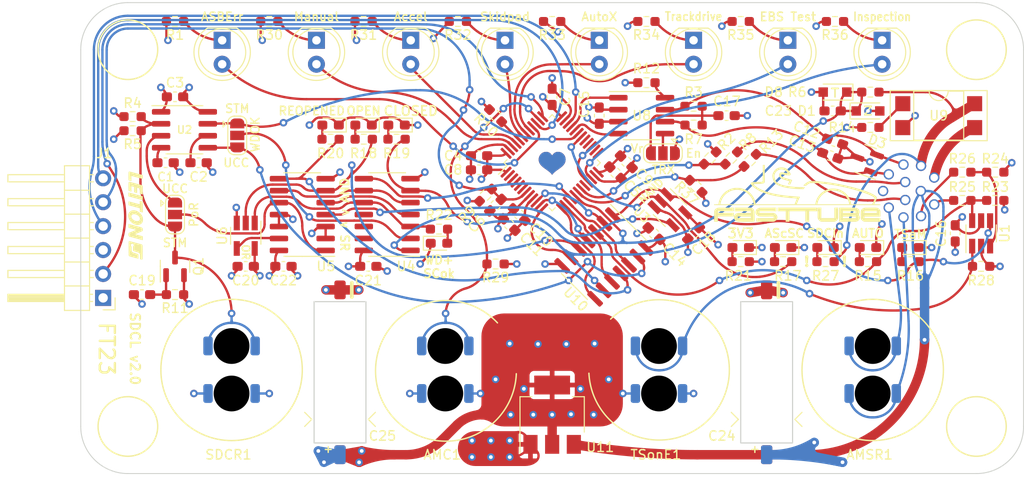
<source format=kicad_pcb>
(kicad_pcb (version 20211014) (generator pcbnew)

  (general
    (thickness 1.6)
  )

  (paper "A4")
  (layers
    (0 "F.Cu" signal)
    (1 "In1.Cu" power "GND.Cu")
    (2 "In2.Cu" power "3V3.Cu")
    (31 "B.Cu" signal)
    (33 "F.Adhes" user "F.Adhesive")
    (35 "F.Paste" user)
    (37 "F.SilkS" user "F.Silkscreen")
    (38 "B.Mask" user)
    (39 "F.Mask" user)
    (40 "Dwgs.User" user "User.Drawings")
    (41 "Cmts.User" user "User.Comments")
    (42 "Eco1.User" user "User.Eco1")
    (43 "Eco2.User" user "User.Eco2")
    (44 "Edge.Cuts" user)
    (45 "Margin" user)
    (46 "B.CrtYd" user "B.Courtyard")
    (47 "F.CrtYd" user "F.Courtyard")
    (49 "F.Fab" user)
  )

  (setup
    (stackup
      (layer "F.SilkS" (type "Top Silk Screen"))
      (layer "F.Paste" (type "Top Solder Paste"))
      (layer "F.Mask" (type "Top Solder Mask") (thickness 0.01))
      (layer "F.Cu" (type "copper") (thickness 0.035))
      (layer "dielectric 1" (type "core") (thickness 0.48) (material "FR4") (epsilon_r 4.5) (loss_tangent 0.02))
      (layer "In1.Cu" (type "copper") (thickness 0.035))
      (layer "dielectric 2" (type "prepreg") (thickness 0.48) (material "FR4") (epsilon_r 4.5) (loss_tangent 0.02))
      (layer "In2.Cu" (type "copper") (thickness 0.035))
      (layer "dielectric 3" (type "core") (thickness 0.48) (material "FR4") (epsilon_r 4.5) (loss_tangent 0.02))
      (layer "B.Cu" (type "copper") (thickness 0.035))
      (layer "B.Mask" (type "Bottom Solder Mask") (thickness 0.01))
      (copper_finish "None")
      (dielectric_constraints no)
    )
    (pad_to_mask_clearance 0)
    (pcbplotparams
      (layerselection 0x00010e0_ffffffff)
      (disableapertmacros false)
      (usegerberextensions false)
      (usegerberattributes true)
      (usegerberadvancedattributes true)
      (creategerberjobfile true)
      (svguseinch false)
      (svgprecision 6)
      (excludeedgelayer true)
      (plotframeref false)
      (viasonmask false)
      (mode 1)
      (useauxorigin false)
      (hpglpennumber 1)
      (hpglpenspeed 20)
      (hpglpendiameter 15.000000)
      (dxfpolygonmode true)
      (dxfimperialunits true)
      (dxfusepcbnewfont true)
      (psnegative false)
      (psa4output false)
      (plotreference true)
      (plotvalue true)
      (plotinvisibletext false)
      (sketchpadsonfab false)
      (subtractmaskfromsilk false)
      (outputformat 1)
      (mirror false)
      (drillshape 0)
      (scaleselection 1)
      (outputdirectory "export/")
    )
  )

  (net 0 "")
  (net 1 "GND")
  (net 2 "NRST")
  (net 3 "+12V")
  (net 4 "AMC")
  (net 5 "TRACESWO")
  (net 6 "SWDIO")
  (net 7 "SWCLK")
  (net 8 "Net-(R12-Pad1)")
  (net 9 "AMSRin")
  (net 10 "AMSRout")
  (net 11 "+3.3V")
  (net 12 "/CAN TRX/CAN_H")
  (net 13 "/CAN TRX/CAN_L")
  (net 14 "Net-(C19-Pad1)")
  (net 15 "/Connections/SDC_in_3V3")
  (net 16 "Net-(D2-Pad1)")
  (net 17 "Net-(D4-Pad2)")
  (net 18 "/Backup AMI/AMI0")
  (net 19 "Net-(D15-Pad1)")
  (net 20 "/Backup AMI/AMI1")
  (net 21 "Net-(D16-Pad1)")
  (net 22 "/Backup AMI/AMI2")
  (net 23 "Net-(D17-Pad1)")
  (net 24 "/Backup AMI/AMI3")
  (net 25 "Net-(D18-Pad1)")
  (net 26 "/Backup AMI/AMI4")
  (net 27 "Net-(D19-Pad1)")
  (net 28 "/Backup AMI/AMI5")
  (net 29 "Net-(D20-Pad1)")
  (net 30 "/Backup AMI/AMI6")
  (net 31 "Net-(J2-Pad1)")
  (net 32 "Net-(J2-Pad9)")
  (net 33 "Net-(R14-Pad2)")
  (net 34 "Net-(D5-Pad2)")
  (net 35 "Net-(D6-Pad2)")
  (net 36 "Net-(D7-Pad2)")
  (net 37 "Net-(D9-Pad2)")
  (net 38 "Net-(D10-Pad2)")
  (net 39 "Net-(D11-Pad2)")
  (net 40 "Net-(D12-Pad2)")
  (net 41 "Net-(D13-Pad2)")
  (net 42 "/Non-Programmable Logic/~{WDO}")
  (net 43 "/Non-Programmable Logic/RP")
  (net 44 "/Non-Programmable Logic/WP")
  (net 45 "/Controller/TS_activate_MUXed")
  (net 46 "/Non-Programmable Logic/close_while_allowed")
  (net 47 "/Non-Programmable Logic/~{reset_all}")
  (net 48 "/Non-Programmable Logic/closing_allowed")
  (net 49 "/Non-Programmable Logic/~{reopen}")
  (net 50 "/Non-Programmable Logic/WD_and_SDCin_ok")
  (net 51 "/Non-Programmable Logic/~{try_close}")
  (net 52 "Net-(J2-Pad11)")
  (net 53 "Net-(J2-Pad12)")
  (net 54 "Net-(JPPoR1-Pad1)")
  (net 55 "/Connections/SDC_out")
  (net 56 "/Connections/SDC_in")
  (net 57 "/Connections/TS_activate_dash")
  (net 58 "/Controller/Watchdog")
  (net 59 "WD_OK")
  (net 60 "/CAN TRX/CAN_TX")
  (net 61 "/CAN TRX/CAN_RX")
  (net 62 "Net-(D14-Pad1)")
  (net 63 "/Connections/ASMS")
  (net 64 "/Buttons/~{SDC_reset}")
  (net 65 "/Controller/AS_close_SDC")
  (net 66 "CLOSED")
  (net 67 "INITIAL_OPEN")
  (net 68 "REOPENED")
  (net 69 "/Buttons/TS_activate_ext")
  (net 70 "/Controller/SDC_is_ready")
  (net 71 "unconnected-(U7-Pad3)")
  (net 72 "unconnected-(U7-Pad4)")
  (net 73 "unconnected-(U7-Pad5)")
  (net 74 "Net-(U10-Pad2)")
  (net 75 "Net-(U10-Pad4)")
  (net 76 "Net-(U10-Pad6)")
  (net 77 "Net-(U10-Pad8)")
  (net 78 "Net-(U10-Pad10)")
  (net 79 "Net-(U10-Pad12)")
  (net 80 "unconnected-(U7-Pad20)")
  (net 81 "unconnected-(U7-Pad25)")
  (net 82 "unconnected-(U7-Pad26)")
  (net 83 "unconnected-(U7-Pad27)")
  (net 84 "unconnected-(U7-Pad28)")
  (net 85 "/CAN TRX/Vref")
  (net 86 "Net-(JP1-Pad2)")
  (net 87 "unconnected-(U4-Pad11)")
  (net 88 "unconnected-(U4-Pad12)")
  (net 89 "unconnected-(U4-Pad13)")
  (net 90 "LV_SENSE_2")
  (net 91 "LV_SENSE_1")
  (net 92 "unconnected-(U7-Pad29)")
  (net 93 "unconnected-(U7-Pad6)")
  (net 94 "/Controller/asb_error")
  (net 95 "Net-(R10-Pad1)")
  (net 96 "unconnected-(U7-Pad2)")

  (footprint "Capacitor_SMD:C_0603_1608Metric_Pad1.08x0.95mm_HandSolder" (layer "F.Cu") (at 109 67))

  (footprint "Capacitor_SMD:C_0603_1608Metric_Pad1.08x0.95mm_HandSolder" (layer "F.Cu") (at 112.5 67))

  (footprint "Capacitor_SMD:C_0603_1608Metric_Pad1.08x0.95mm_HandSolder" (layer "F.Cu") (at 110 60 180))

  (footprint "Capacitor_SMD:C_0603_1608Metric_Pad1.08x0.95mm_HandSolder" (layer "F.Cu") (at 142.25 66.25 180))

  (footprint "Capacitor_SMD:C_0603_1608Metric_Pad1.08x0.95mm_HandSolder" (layer "F.Cu") (at 156.717515 68.06066 -45))

  (footprint "Capacitor_SMD:C_0603_1608Metric_Pad1.08x0.95mm_HandSolder" (layer "F.Cu") (at 144 71.5 -135))

  (footprint "Capacitor_SMD:C_0603_1608Metric_Pad1.08x0.95mm_HandSolder" (layer "F.Cu") (at 150 60 90))

  (footprint "Capacitor_SMD:C_0603_1608Metric_Pad1.08x0.95mm_HandSolder" (layer "F.Cu") (at 142.25 67.75 180))

  (footprint "Capacitor_SMD:C_0603_1608Metric_Pad1.08x0.95mm_HandSolder" (layer "F.Cu") (at 157.867538 66.897577 -45))

  (footprint "Capacitor_SMD:C_0603_1608Metric_Pad1.08x0.95mm_HandSolder" (layer "F.Cu") (at 146.5 72.5 135))

  (footprint "Capacitor_SMD:C_0603_1608Metric_Pad1.08x0.95mm_HandSolder" (layer "F.Cu") (at 145.43934 73.56066 135))

  (footprint "Capacitor_SMD:C_0603_1608Metric_Pad1.08x0.95mm_HandSolder" (layer "F.Cu") (at 180 64.75 -20))

  (footprint "Capacitor_SMD:C_0603_1608Metric_Pad1.08x0.95mm_HandSolder" (layer "F.Cu") (at 179.5 66.25 160))

  (footprint "Package_TO_SOT_SMD:SOT-23-5_HandSoldering" (layer "F.Cu") (at 162.5 72 -45))

  (footprint "Capacitor_SMD:C_0603_1608Metric_Pad1.08x0.95mm_HandSolder" (layer "F.Cu") (at 155 62 90))

  (footprint "Package_TO_SOT_SMD:SOT-23-5_HandSoldering" (layer "F.Cu") (at 117.5 74.75 -90))

  (footprint "Resistor_SMD:R_0603_1608Metric_Pad0.98x0.95mm_HandSolder" (layer "F.Cu") (at 105.5 62.1))

  (footprint "Resistor_SMD:R_0603_1608Metric_Pad0.98x0.95mm_HandSolder" (layer "F.Cu") (at 105.5 63.6 180))

  (footprint "Resistor_SMD:R_0603_1608Metric_Pad0.98x0.95mm_HandSolder" (layer "F.Cu") (at 183.75 59.5 180))

  (footprint "Resistor_SMD:R_0603_1608Metric_Pad0.98x0.95mm_HandSolder" (layer "F.Cu") (at 142.93934 70.43934 45))

  (footprint "Resistor_SMD:R_0603_1608Metric_Pad0.98x0.95mm_HandSolder" (layer "F.Cu") (at 144 62 135))

  (footprint "Resistor_SMD:R_0603_1608Metric_Pad0.98x0.95mm_HandSolder" (layer "F.Cu") (at 160 58.5 180))

  (footprint "Package_TO_SOT_SMD:SOT-23-6_Handsoldering" (layer "F.Cu") (at 195.5 74.5 90))

  (footprint "Package_SO:SOIC-8_3.9x4.9mm_P1.27mm" (layer "F.Cu") (at 111 63.5))

  (footprint "Package_SO:SOIC-14_3.9x8.7mm_P1.27mm" (layer "F.Cu") (at 132.5 72.5 180))

  (footprint "Package_SO:SOIC-14_3.9x8.7mm_P1.27mm" (layer "F.Cu") (at 123.5 72.503922 180))

  (footprint "Package_QFP:LQFP-48_7x7mm_P0.5mm" (layer "F.Cu") (at 150 67 45))

  (footprint "Package_SO:SOIC-8_3.9x4.9mm_P1.27mm" (layer "F.Cu") (at 159.5 62))

  (footprint "Resistor_SMD:R_0603_1608Metric_Pad0.98x0.95mm_HandSolder" (layer "F.Cu") (at 183.75 63.25))

  (footprint "Package_DIP:DIP-4_W7.62mm_SMDSocket_SmallPads" (layer "F.Cu") (at 191 62))

  (footprint "Capacitor_SMD:C_0603_1608Metric_Pad1.08x0.95mm_HandSolder" (layer "F.Cu") (at 192.75 74.5 90))

  (footprint "Capacitor_SMD:C_0603_1608Metric_Pad1.08x0.95mm_HandSolder" (layer "F.Cu") (at 165 74.5 45))

  (footprint "Capacitor_SMD:C_0603_1608Metric_Pad1.08x0.95mm_HandSolder" (layer "F.Cu") (at 117.5 78))

  (footprint "Capacitor_SMD:C_0603_1608Metric_Pad1.08x0.95mm_HandSolder" (layer "F.Cu") (at 130.5 78 180))

  (footprint "Capacitor_SMD:C_0603_1608Metric_Pad1.08x0.95mm_HandSolder" (layer "F.Cu") (at 121.5 78 180))

  (footprint "Diode_SMD:D_0603_1608Metric_Pad1.05x0.95mm_HandSolder" (layer "F.Cu") (at 183.5 76 180))

  (footprint "Diode_SMD:D_0603_1608Metric_Pad1.05x0.95mm_HandSolder" (layer "F.Cu") (at 188 76 180))

  (footprint "Diode_SMD:D_0603_1608Metric_Pad1.05x0.95mm_HandSolder" (layer "F.Cu") (at 174.5 76 180))

  (footprint "Diode_SMD:D_0603_1608Metric_Pad1.05x0.95mm_HandSolder" (layer "F.Cu") (at 130 63 180))

  (footprint "Diode_SMD:D_0603_1608Metric_Pad1.05x0.95mm_HandSolder" (layer "F.Cu") (at 133.5 63 180))

  (footprint "Diode_SMD:D_0603_1608Metric_Pad1.05x0.95mm_HandSolder" (layer "F.Cu") (at 126.5 63 180))

  (footprint "Diode_SMD:D_0603_1608Metric_Pad1.05x0.95mm_HandSolder" (layer "F.Cu") (at 170 76 180))

  (footprint "Resistor_SMD:R_0603_1608Metric_Pad0.98x0.95mm_HandSolder" (layer "F.Cu") (at 183.5 77.5 180))

  (footprint "Resistor_SMD:R_0603_1608Metric_Pad0.98x0.95mm_HandSolder" (layer "F.Cu") (at 188 77.5))

  (footprint "Diode_SMD:D_0603_1608Metric_Pad1.05x0.95mm_HandSolder" (layer "F.Cu") (at 138 75.545))

  (footprint "Resistor_SMD:R_0603_1608Metric_Pad0.98x0.95mm_HandSolder" (layer "F.Cu") (at 174.5 77.5 180))

  (footprint "Resistor_SMD:R_0603_1608Metric_Pad0.98x0.95mm_HandSolder" (layer "F.Cu") (at 130.016666 64.5 180))

  (footprint "Resistor_SMD:R_0603_1608Metric_Pad0.98x0.95mm_HandSolder" (layer "F.Cu") (at 133.5 64.5 180))

  (footprint "Resistor_SMD:R_0603_1608Metric_Pad0.98x0.95mm_HandSolder" (layer "F.Cu") (at 126.5 64.5 180))

  (footprint "Resistor_SMD:R_0603_1608Metric_Pad0.98x0.95mm_HandSolder" (layer "F.Cu") (at 170 77.5 180))

  (footprint "Resistor_SMD:R_0603_1608Metric_Pad0.98x0.95mm_HandSolder" (layer "F.Cu") (at 138 74.045 180))

  (footprint "Capacitor_SMD:C_0603_1608Metric_Pad1.08x0.95mm_HandSolder" (layer "F.Cu") (at 179.75 61.5))

  (footprint "Diode_SMD:D_SOD-323_HandSoldering" (layer "F.Cu") (at 180 59.5 180))

  (footprint "MountingHole:MountingHole_3.2mm_M3" (layer "F.Cu")
    (tedit 56D1B4CB) (tstamp 00000000-0000-0000-0000-000061bee488)
    (at 105 55 180)
    (descr "Mounting Hole 3.2mm, no annular, M3")
    (tags "mounting hole 3.2mm no annular m3")
    (property "Sheetfile" "connections.kicad_sch")
    (property "Sheetname" "Connections")
    (path "/00000000-0000-0000-0000-000061bba8ea/00000000-0000-0000-0000-000061bd2819")
    (attr exclude_from_pos_files)
    (fp_text reference "H1" (at 0 -4.2) (layer "F.SilkS") hide
      (effects (font (size 1 1) (thickness 0.15)))
      (tstamp 47fadd5d-e63f-4824-9b10-de5d2fb6df9a)
    )
    (fp_text value "MountingHole" (at 0 4.2) (layer "F.Fab")
      (effects (font (size 1 1) (thickness 0.15)
... [1348687 chars truncated]
</source>
